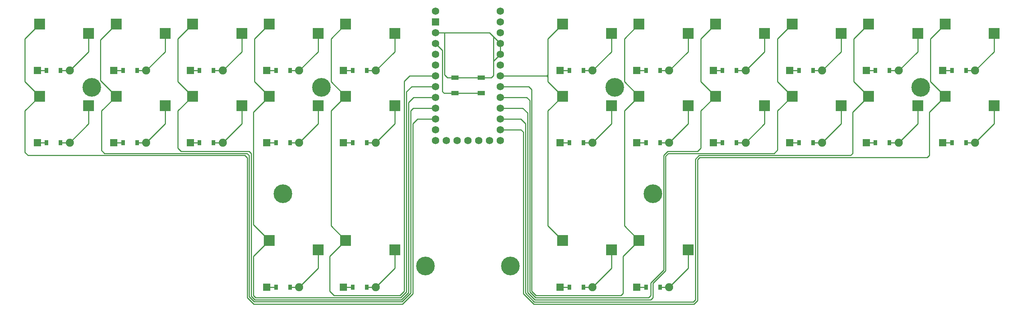
<source format=gbr>
%TF.GenerationSoftware,KiCad,Pcbnew,9.0.0*%
%TF.CreationDate,2025-03-14T12:58:10+01:00*%
%TF.ProjectId,pcb,7063622e-6b69-4636-9164-5f7063625858,v1.0.0*%
%TF.SameCoordinates,Original*%
%TF.FileFunction,Copper,L2,Bot*%
%TF.FilePolarity,Positive*%
%FSLAX46Y46*%
G04 Gerber Fmt 4.6, Leading zero omitted, Abs format (unit mm)*
G04 Created by KiCad (PCBNEW 9.0.0) date 2025-03-14 12:58:10*
%MOMM*%
%LPD*%
G01*
G04 APERTURE LIST*
%TA.AperFunction,SMDPad,CuDef*%
%ADD10R,2.600000X2.600000*%
%TD*%
%TA.AperFunction,SMDPad,CuDef*%
%ADD11R,0.900000X1.200000*%
%TD*%
%TA.AperFunction,ComponentPad*%
%ADD12R,1.778000X1.778000*%
%TD*%
%TA.AperFunction,ComponentPad*%
%ADD13C,1.905000*%
%TD*%
%TA.AperFunction,ComponentPad*%
%ADD14C,1.752600*%
%TD*%
%TA.AperFunction,ComponentPad*%
%ADD15R,1.752600X1.752600*%
%TD*%
%TA.AperFunction,SMDPad,CuDef*%
%ADD16R,1.800000X1.100000*%
%TD*%
%TA.AperFunction,ComponentPad*%
%ADD17C,4.400000*%
%TD*%
%TA.AperFunction,ComponentPad*%
%ADD18C,0.700000*%
%TD*%
%TA.AperFunction,Conductor*%
%ADD19C,0.250000*%
%TD*%
G04 APERTURE END LIST*
D10*
%TO.P,S1,1*%
%TO.N,D20*%
X96725000Y-94050000D03*
%TO.P,S1,2*%
%TO.N,pinky_lbottom*%
X108275000Y-96250000D03*
%TD*%
%TO.P,S2,1*%
%TO.N,D20*%
X96725000Y-77050000D03*
%TO.P,S2,2*%
%TO.N,pinky_ltop*%
X108275000Y-79250000D03*
%TD*%
%TO.P,S3,1*%
%TO.N,D22*%
X114725000Y-94050000D03*
%TO.P,S3,2*%
%TO.N,ring_lbottom*%
X126275000Y-96250000D03*
%TD*%
%TO.P,S4,1*%
%TO.N,D22*%
X114725000Y-77050000D03*
%TO.P,S4,2*%
%TO.N,ring_ltop*%
X126275000Y-79250000D03*
%TD*%
%TO.P,S5,1*%
%TO.N,D26*%
X132725000Y-94050000D03*
%TO.P,S5,2*%
%TO.N,middle_lbottom*%
X144275000Y-96250000D03*
%TD*%
%TO.P,S6,1*%
%TO.N,D26*%
X132725000Y-77050000D03*
%TO.P,S6,2*%
%TO.N,middle_ltop*%
X144275000Y-79250000D03*
%TD*%
%TO.P,S7,1*%
%TO.N,D27*%
X150725000Y-94050000D03*
%TO.P,S7,2*%
%TO.N,index_lbottom*%
X162275000Y-96250000D03*
%TD*%
%TO.P,S8,1*%
%TO.N,D27*%
X150725000Y-77050000D03*
%TO.P,S8,2*%
%TO.N,index_ltop*%
X162275000Y-79250000D03*
%TD*%
%TO.P,S9,1*%
%TO.N,D28*%
X168725000Y-94050000D03*
%TO.P,S9,2*%
%TO.N,inner_lbottom*%
X180275000Y-96250000D03*
%TD*%
%TO.P,S10,1*%
%TO.N,D28*%
X168725000Y-77050000D03*
%TO.P,S10,2*%
%TO.N,inner_ltop*%
X180275000Y-79250000D03*
%TD*%
%TO.P,S11,1*%
%TO.N,D3*%
X219725000Y-94050000D03*
%TO.P,S11,2*%
%TO.N,inner_rbottom*%
X231275000Y-96250000D03*
%TD*%
%TO.P,S12,1*%
%TO.N,D3*%
X219725000Y-77050000D03*
%TO.P,S12,2*%
%TO.N,inner_rtop*%
X231275000Y-79250000D03*
%TD*%
%TO.P,S13,1*%
%TO.N,D4*%
X237725000Y-94050000D03*
%TO.P,S13,2*%
%TO.N,index_rbottom*%
X249275000Y-96250000D03*
%TD*%
%TO.P,S14,1*%
%TO.N,D4*%
X237725000Y-77050000D03*
%TO.P,S14,2*%
%TO.N,index_rtop*%
X249275000Y-79250000D03*
%TD*%
%TO.P,S15,1*%
%TO.N,D5*%
X255725000Y-94050000D03*
%TO.P,S15,2*%
%TO.N,middle_rbottom*%
X267275000Y-96250000D03*
%TD*%
%TO.P,S16,1*%
%TO.N,D5*%
X255725000Y-77050000D03*
%TO.P,S16,2*%
%TO.N,middle_rtop*%
X267275000Y-79250000D03*
%TD*%
%TO.P,S17,1*%
%TO.N,D6*%
X273725000Y-94050000D03*
%TO.P,S17,2*%
%TO.N,ring_rbottom*%
X285275000Y-96250000D03*
%TD*%
%TO.P,S18,1*%
%TO.N,D6*%
X273725000Y-77050000D03*
%TO.P,S18,2*%
%TO.N,ring_rtop*%
X285275000Y-79250000D03*
%TD*%
%TO.P,S19,1*%
%TO.N,D7*%
X291725000Y-94050000D03*
%TO.P,S19,2*%
%TO.N,pinky_rbottom*%
X303275000Y-96250000D03*
%TD*%
%TO.P,S20,1*%
%TO.N,D7*%
X291725000Y-77050000D03*
%TO.P,S20,2*%
%TO.N,pinky_rtop*%
X303275000Y-79250000D03*
%TD*%
%TO.P,S21,1*%
%TO.N,D8*%
X309725000Y-94050000D03*
%TO.P,S21,2*%
%TO.N,outer_rbottom*%
X321275000Y-96250000D03*
%TD*%
%TO.P,S22,1*%
%TO.N,D8*%
X309725000Y-77050000D03*
%TO.P,S22,2*%
%TO.N,outer_rtop*%
X321275000Y-79250000D03*
%TD*%
%TO.P,S23,1*%
%TO.N,D27*%
X150725000Y-128050000D03*
%TO.P,S23,2*%
%TO.N,outer_lttop*%
X162275000Y-130250000D03*
%TD*%
%TO.P,S24,1*%
%TO.N,D28*%
X168725000Y-128050000D03*
%TO.P,S24,2*%
%TO.N,inner_lttop*%
X180275000Y-130250000D03*
%TD*%
%TO.P,S25,1*%
%TO.N,D3*%
X219725000Y-128050000D03*
%TO.P,S25,2*%
%TO.N,inner_rttop*%
X231275000Y-130250000D03*
%TD*%
%TO.P,S26,1*%
%TO.N,D4*%
X237725000Y-128050000D03*
%TO.P,S26,2*%
%TO.N,outer_rttop*%
X249275000Y-130250000D03*
%TD*%
D11*
%TO.P,D1,2*%
%TO.N,pinky_lbottom*%
X101650000Y-105000000D03*
%TO.P,D1,1*%
%TO.N,D23*%
X98350000Y-105000000D03*
D12*
X96190000Y-105000000D03*
D13*
%TO.P,D1,2*%
%TO.N,pinky_lbottom*%
X103810000Y-105000000D03*
%TD*%
D11*
%TO.P,D2,2*%
%TO.N,pinky_ltop*%
X101650000Y-88000000D03*
%TO.P,D2,1*%
%TO.N,D29*%
X98350000Y-88000000D03*
D12*
X96190000Y-88000000D03*
D13*
%TO.P,D2,2*%
%TO.N,pinky_ltop*%
X103810000Y-88000000D03*
%TD*%
D11*
%TO.P,D3,2*%
%TO.N,ring_lbottom*%
X119650000Y-105000000D03*
%TO.P,D3,1*%
%TO.N,D23*%
X116350000Y-105000000D03*
D12*
X114190000Y-105000000D03*
D13*
%TO.P,D3,2*%
%TO.N,ring_lbottom*%
X121810000Y-105000000D03*
%TD*%
D11*
%TO.P,D4,2*%
%TO.N,ring_ltop*%
X119650000Y-88000000D03*
%TO.P,D4,1*%
%TO.N,D29*%
X116350000Y-88000000D03*
D12*
X114190000Y-88000000D03*
D13*
%TO.P,D4,2*%
%TO.N,ring_ltop*%
X121810000Y-88000000D03*
%TD*%
D11*
%TO.P,D5,2*%
%TO.N,middle_lbottom*%
X137650000Y-105000000D03*
%TO.P,D5,1*%
%TO.N,D23*%
X134350000Y-105000000D03*
D12*
X132190000Y-105000000D03*
D13*
%TO.P,D5,2*%
%TO.N,middle_lbottom*%
X139810000Y-105000000D03*
%TD*%
D11*
%TO.P,D6,2*%
%TO.N,middle_ltop*%
X137650000Y-88000000D03*
%TO.P,D6,1*%
%TO.N,D29*%
X134350000Y-88000000D03*
D12*
X132190000Y-88000000D03*
D13*
%TO.P,D6,2*%
%TO.N,middle_ltop*%
X139810000Y-88000000D03*
%TD*%
D11*
%TO.P,D7,2*%
%TO.N,index_lbottom*%
X155650000Y-105000000D03*
%TO.P,D7,1*%
%TO.N,D23*%
X152350000Y-105000000D03*
D12*
X150190000Y-105000000D03*
D13*
%TO.P,D7,2*%
%TO.N,index_lbottom*%
X157810000Y-105000000D03*
%TD*%
D11*
%TO.P,D8,2*%
%TO.N,index_ltop*%
X155650000Y-88000000D03*
%TO.P,D8,1*%
%TO.N,D29*%
X152350000Y-88000000D03*
D12*
X150190000Y-88000000D03*
D13*
%TO.P,D8,2*%
%TO.N,index_ltop*%
X157810000Y-88000000D03*
%TD*%
D11*
%TO.P,D9,2*%
%TO.N,inner_lbottom*%
X173650000Y-105000000D03*
%TO.P,D9,1*%
%TO.N,D23*%
X170350000Y-105000000D03*
D12*
X168190000Y-105000000D03*
D13*
%TO.P,D9,2*%
%TO.N,inner_lbottom*%
X175810000Y-105000000D03*
%TD*%
D11*
%TO.P,D10,2*%
%TO.N,inner_ltop*%
X173650000Y-88000000D03*
%TO.P,D10,1*%
%TO.N,D29*%
X170350000Y-88000000D03*
D12*
X168190000Y-88000000D03*
D13*
%TO.P,D10,2*%
%TO.N,inner_ltop*%
X175810000Y-88000000D03*
%TD*%
D11*
%TO.P,D11,2*%
%TO.N,inner_rbottom*%
X224650000Y-105000000D03*
%TO.P,D11,1*%
%TO.N,D9*%
X221350000Y-105000000D03*
D12*
X219190000Y-105000000D03*
D13*
%TO.P,D11,2*%
%TO.N,inner_rbottom*%
X226810000Y-105000000D03*
%TD*%
D11*
%TO.P,D12,2*%
%TO.N,inner_rtop*%
X224650000Y-88000000D03*
%TO.P,D12,1*%
%TO.N,D2*%
X221350000Y-88000000D03*
D12*
X219190000Y-88000000D03*
D13*
%TO.P,D12,2*%
%TO.N,inner_rtop*%
X226810000Y-88000000D03*
%TD*%
D11*
%TO.P,D13,2*%
%TO.N,index_rbottom*%
X242650000Y-105000000D03*
%TO.P,D13,1*%
%TO.N,D9*%
X239350000Y-105000000D03*
D12*
X237190000Y-105000000D03*
D13*
%TO.P,D13,2*%
%TO.N,index_rbottom*%
X244810000Y-105000000D03*
%TD*%
D11*
%TO.P,D14,2*%
%TO.N,index_rtop*%
X242650000Y-88000000D03*
%TO.P,D14,1*%
%TO.N,D2*%
X239350000Y-88000000D03*
D12*
X237190000Y-88000000D03*
D13*
%TO.P,D14,2*%
%TO.N,index_rtop*%
X244810000Y-88000000D03*
%TD*%
D11*
%TO.P,D15,2*%
%TO.N,middle_rbottom*%
X260650000Y-105000000D03*
%TO.P,D15,1*%
%TO.N,D9*%
X257350000Y-105000000D03*
D12*
X255190000Y-105000000D03*
D13*
%TO.P,D15,2*%
%TO.N,middle_rbottom*%
X262810000Y-105000000D03*
%TD*%
D11*
%TO.P,D16,2*%
%TO.N,middle_rtop*%
X260650000Y-88000000D03*
%TO.P,D16,1*%
%TO.N,D2*%
X257350000Y-88000000D03*
D12*
X255190000Y-88000000D03*
D13*
%TO.P,D16,2*%
%TO.N,middle_rtop*%
X262810000Y-88000000D03*
%TD*%
D11*
%TO.P,D17,2*%
%TO.N,ring_rbottom*%
X278650000Y-105000000D03*
%TO.P,D17,1*%
%TO.N,D9*%
X275350000Y-105000000D03*
D12*
X273190000Y-105000000D03*
D13*
%TO.P,D17,2*%
%TO.N,ring_rbottom*%
X280810000Y-105000000D03*
%TD*%
D11*
%TO.P,D18,2*%
%TO.N,ring_rtop*%
X278650000Y-88000000D03*
%TO.P,D18,1*%
%TO.N,D2*%
X275350000Y-88000000D03*
D12*
X273190000Y-88000000D03*
D13*
%TO.P,D18,2*%
%TO.N,ring_rtop*%
X280810000Y-88000000D03*
%TD*%
D11*
%TO.P,D19,2*%
%TO.N,pinky_rbottom*%
X296650000Y-105000000D03*
%TO.P,D19,1*%
%TO.N,D9*%
X293350000Y-105000000D03*
D12*
X291190000Y-105000000D03*
D13*
%TO.P,D19,2*%
%TO.N,pinky_rbottom*%
X298810000Y-105000000D03*
%TD*%
D11*
%TO.P,D20,2*%
%TO.N,pinky_rtop*%
X296650000Y-88000000D03*
%TO.P,D20,1*%
%TO.N,D2*%
X293350000Y-88000000D03*
D12*
X291190000Y-88000000D03*
D13*
%TO.P,D20,2*%
%TO.N,pinky_rtop*%
X298810000Y-88000000D03*
%TD*%
D11*
%TO.P,D21,2*%
%TO.N,outer_rbottom*%
X314650000Y-105000000D03*
%TO.P,D21,1*%
%TO.N,D9*%
X311350000Y-105000000D03*
D12*
X309190000Y-105000000D03*
D13*
%TO.P,D21,2*%
%TO.N,outer_rbottom*%
X316810000Y-105000000D03*
%TD*%
D11*
%TO.P,D22,2*%
%TO.N,outer_rtop*%
X314650000Y-88000000D03*
%TO.P,D22,1*%
%TO.N,D2*%
X311350000Y-88000000D03*
D12*
X309190000Y-88000000D03*
D13*
%TO.P,D22,2*%
%TO.N,outer_rtop*%
X316810000Y-88000000D03*
%TD*%
D11*
%TO.P,D23,2*%
%TO.N,outer_lttop*%
X155650000Y-139000000D03*
%TO.P,D23,1*%
%TO.N,D21*%
X152350000Y-139000000D03*
D12*
X150190000Y-139000000D03*
D13*
%TO.P,D23,2*%
%TO.N,outer_lttop*%
X157810000Y-139000000D03*
%TD*%
D11*
%TO.P,D24,2*%
%TO.N,inner_lttop*%
X173650000Y-139000000D03*
%TO.P,D24,1*%
%TO.N,D21*%
X170350000Y-139000000D03*
D12*
X168190000Y-139000000D03*
D13*
%TO.P,D24,2*%
%TO.N,inner_lttop*%
X175810000Y-139000000D03*
%TD*%
D11*
%TO.P,D25,2*%
%TO.N,inner_rttop*%
X224650000Y-139000000D03*
%TO.P,D25,1*%
%TO.N,D21*%
X221350000Y-139000000D03*
D12*
X219190000Y-139000000D03*
D13*
%TO.P,D25,2*%
%TO.N,inner_rttop*%
X226810000Y-139000000D03*
%TD*%
D11*
%TO.P,D26,2*%
%TO.N,outer_rttop*%
X242650000Y-139000000D03*
%TO.P,D26,1*%
%TO.N,D21*%
X239350000Y-139000000D03*
D12*
X237190000Y-139000000D03*
D13*
%TO.P,D26,2*%
%TO.N,outer_rttop*%
X244810000Y-139000000D03*
%TD*%
D14*
%TO.P,MCU1,2*%
%TO.N,Dm*%
X189880000Y-73990000D03*
D15*
%TO.P,MCU1,1*%
%TO.N,RAW*%
X189880000Y-76530000D03*
D14*
%TO.P,MCU1,2*%
%TO.N,GND*%
X189880000Y-79070000D03*
%TO.P,MCU1,3*%
%TO.N,RST*%
X189880000Y-81610000D03*
%TO.P,MCU1,4*%
%TO.N,VCC*%
X189880000Y-84150000D03*
%TO.P,MCU1,5*%
%TO.N,D29*%
X189880000Y-86690000D03*
%TO.P,MCU1,6*%
%TO.N,D28*%
X189880000Y-89230000D03*
%TO.P,MCU1,7*%
%TO.N,D27*%
X189880000Y-91770000D03*
%TO.P,MCU1,8*%
%TO.N,D26*%
X189880000Y-94310000D03*
%TO.P,MCU1,9*%
%TO.N,D22*%
X189880000Y-96850000D03*
%TO.P,MCU1,10*%
%TO.N,D20*%
X189880000Y-99390000D03*
%TO.P,MCU1,11*%
%TO.N,D23*%
X189880000Y-101930000D03*
%TO.P,MCU1,12*%
%TO.N,D21*%
X189880000Y-104470000D03*
%TO.P,MCU1,13*%
%TO.N,D12*%
X202580000Y-104470000D03*
%TO.P,MCU1,14*%
%TO.N,D13*%
X200040000Y-104470000D03*
%TO.P,MCU1,15*%
%TO.N,D14*%
X197500000Y-104470000D03*
%TO.P,MCU1,16*%
%TO.N,D15*%
X194960000Y-104470000D03*
%TO.P,MCU1,17*%
%TO.N,D16*%
X192420000Y-104470000D03*
%TO.P,MCU1,18*%
%TO.N,Dp*%
X205120000Y-73990000D03*
%TO.P,MCU1,19*%
%TO.N,D0*%
X205120000Y-76530000D03*
%TO.P,MCU1,20*%
%TO.N,D1*%
X205120000Y-79070000D03*
%TO.P,MCU1,21*%
%TO.N,GND*%
X205120000Y-81610000D03*
%TO.P,MCU1,22*%
X205120000Y-84150000D03*
%TO.P,MCU1,23*%
%TO.N,D2*%
X205120000Y-86690000D03*
%TO.P,MCU1,24*%
%TO.N,D3*%
X205120000Y-89230000D03*
%TO.P,MCU1,25*%
%TO.N,D4*%
X205120000Y-91770000D03*
%TO.P,MCU1,26*%
%TO.N,D5*%
X205120000Y-94310000D03*
%TO.P,MCU1,27*%
%TO.N,D6*%
X205120000Y-96850000D03*
%TO.P,MCU1,28*%
%TO.N,D7*%
X205120000Y-99390000D03*
%TO.P,MCU1,29*%
%TO.N,D8*%
X205120000Y-101930000D03*
%TO.P,MCU1,30*%
%TO.N,D9*%
X205120000Y-104470000D03*
%TD*%
D16*
%TO.P,B1,1*%
%TO.N,GND*%
X194400000Y-89650000D03*
X200600000Y-89650000D03*
%TO.P,B1,2*%
%TO.N,RST*%
X194400000Y-93350000D03*
X200600000Y-93350000D03*
%TD*%
D17*
%TO.P,_1,1*%
%TO.N,N/C*%
X109000000Y-92000000D03*
D18*
X110629630Y-92000000D03*
X110152322Y-93152322D03*
X109000000Y-93629630D03*
X107847678Y-93152322D03*
X107370370Y-92000000D03*
X107847678Y-90847678D03*
X109000000Y-90370370D03*
X110152322Y-90847678D03*
%TD*%
D17*
%TO.P,_2,1*%
%TO.N,N/C*%
X163000000Y-92000000D03*
D18*
X164629630Y-92000000D03*
X164152322Y-93152322D03*
X163000000Y-93629630D03*
X161847678Y-93152322D03*
X161370370Y-92000000D03*
X161847678Y-90847678D03*
X163000000Y-90370370D03*
X164152322Y-90847678D03*
%TD*%
D17*
%TO.P,_3,1*%
%TO.N,N/C*%
X232000000Y-92000000D03*
D18*
X233629630Y-92000000D03*
X233152322Y-93152322D03*
X232000000Y-93629630D03*
X230847678Y-93152322D03*
X230370370Y-92000000D03*
X230847678Y-90847678D03*
X232000000Y-90370370D03*
X233152322Y-90847678D03*
%TD*%
D17*
%TO.P,_4,1*%
%TO.N,N/C*%
X304000000Y-92000000D03*
D18*
X305629630Y-92000000D03*
X305152322Y-93152322D03*
X304000000Y-93629630D03*
X302847678Y-93152322D03*
X302370370Y-92000000D03*
X302847678Y-90847678D03*
X304000000Y-90370370D03*
X305152322Y-90847678D03*
%TD*%
D17*
%TO.P,_5,1*%
%TO.N,N/C*%
X154000000Y-117000000D03*
D18*
X155629630Y-117000000D03*
X155152322Y-118152322D03*
X154000000Y-118629630D03*
X152847678Y-118152322D03*
X152370370Y-117000000D03*
X152847678Y-115847678D03*
X154000000Y-115370370D03*
X155152322Y-115847678D03*
%TD*%
D17*
%TO.P,_6,1*%
%TO.N,N/C*%
X241000000Y-117000000D03*
D18*
X242629630Y-117000000D03*
X242152322Y-118152322D03*
X241000000Y-118629630D03*
X239847678Y-118152322D03*
X239370370Y-117000000D03*
X239847678Y-115847678D03*
X241000000Y-115370370D03*
X242152322Y-115847678D03*
%TD*%
D17*
%TO.P,_7,1*%
%TO.N,N/C*%
X187500000Y-134000000D03*
D18*
X189129630Y-134000000D03*
X188652322Y-135152322D03*
X187500000Y-135629630D03*
X186347678Y-135152322D03*
X185870370Y-134000000D03*
X186347678Y-132847678D03*
X187500000Y-132370370D03*
X188652322Y-132847678D03*
%TD*%
D17*
%TO.P,_8,1*%
%TO.N,N/C*%
X207500000Y-134000000D03*
D18*
X209129630Y-134000000D03*
X208652322Y-135152322D03*
X207500000Y-135629630D03*
X206347678Y-135152322D03*
X205870370Y-134000000D03*
X206347678Y-132847678D03*
X207500000Y-132370370D03*
X208652322Y-132847678D03*
%TD*%
D19*
%TO.N,D3*%
X216003100Y-89230000D02*
X216043100Y-89230000D01*
X216043100Y-89230000D02*
X216273100Y-89000000D01*
X216273100Y-90598100D02*
X216273100Y-89500000D01*
X216003100Y-89230000D02*
X216273100Y-89500000D01*
X205120000Y-89230000D02*
X216003100Y-89230000D01*
X216273100Y-89500000D02*
X216273100Y-89000000D01*
%TO.N,D4*%
X237725000Y-128050000D02*
X234000000Y-131775000D01*
X213500000Y-141000000D02*
X212500000Y-140000000D01*
X234000000Y-140500000D02*
X233500000Y-141000000D01*
X234000000Y-131775000D02*
X234000000Y-140500000D01*
X233500000Y-141000000D02*
X213500000Y-141000000D01*
X211770000Y-91770000D02*
X205120000Y-91770000D01*
X212500000Y-140000000D02*
X212500000Y-92500000D01*
X212500000Y-92500000D02*
X211770000Y-91770000D01*
%TO.N,D5*%
X252273100Y-106226900D02*
X251500000Y-107000000D01*
X240500000Y-138000000D02*
X240500000Y-141000000D01*
X251500000Y-107000000D02*
X244500000Y-107000000D01*
X244500000Y-107000000D02*
X243500000Y-108000000D01*
X252273100Y-97501900D02*
X252273100Y-106226900D01*
X243500000Y-118072304D02*
X243500000Y-135000000D01*
X243500000Y-108000000D02*
X243500000Y-115927696D01*
X255725000Y-94050000D02*
X252273100Y-97501900D01*
X243526000Y-115953696D02*
X243526000Y-118046304D01*
X243500000Y-115927696D02*
X243526000Y-115953696D01*
X243526000Y-118046304D02*
X243500000Y-118072304D01*
X243500000Y-135000000D02*
X240500000Y-138000000D01*
X240500000Y-141000000D02*
X240000000Y-141500000D01*
X240000000Y-141500000D02*
X213362190Y-141500000D01*
X213362190Y-141500000D02*
X212000000Y-140137810D01*
X211310000Y-94310000D02*
X205120000Y-94310000D01*
X212000000Y-140137810D02*
X212000000Y-95000000D01*
X212000000Y-95000000D02*
X211310000Y-94310000D01*
%TO.N,D6*%
X273725000Y-94050000D02*
X270273100Y-97501900D01*
X241000000Y-141500000D02*
X240500000Y-142000000D01*
X244637810Y-107500000D02*
X244000000Y-108137810D01*
X270273100Y-97501900D02*
X270273100Y-106726900D01*
X270273100Y-106726900D02*
X269500000Y-107500000D01*
X269500000Y-107500000D02*
X244637810Y-107500000D01*
X244000000Y-135137810D02*
X241000000Y-138137810D01*
X244000000Y-108137810D02*
X244000000Y-135137810D01*
X210350000Y-96850000D02*
X205120000Y-96850000D01*
X241000000Y-138137810D02*
X241000000Y-141500000D01*
X240500000Y-142000000D02*
X213224380Y-142000000D01*
X213224380Y-142000000D02*
X211500000Y-140275620D01*
X211500000Y-140275620D02*
X211500000Y-98000000D01*
X211500000Y-98000000D02*
X210350000Y-96850000D01*
%TO.N,D7*%
X288000000Y-97775000D02*
X288000000Y-107500000D01*
X209890000Y-99390000D02*
X205120000Y-99390000D01*
X288000000Y-107500000D02*
X287500000Y-108000000D01*
X287500000Y-108000000D02*
X251862190Y-108000000D01*
X211000000Y-100500000D02*
X209890000Y-99390000D01*
X251862190Y-108000000D02*
X251000000Y-108862190D01*
X291725000Y-94050000D02*
X288000000Y-97775000D01*
X213086570Y-142500000D02*
X211000000Y-140413430D01*
X251000000Y-108862190D02*
X251000000Y-142000000D01*
X250500000Y-142500000D02*
X213086570Y-142500000D01*
X251000000Y-142000000D02*
X250500000Y-142500000D01*
X211000000Y-140413430D02*
X211000000Y-100500000D01*
%TO.N,D8*%
X306000000Y-97775000D02*
X306000000Y-108000000D01*
X305500000Y-108500000D02*
X252000000Y-108500000D01*
X306000000Y-108000000D02*
X305500000Y-108500000D01*
X252000000Y-108500000D02*
X251500000Y-109000000D01*
X309725000Y-94050000D02*
X306000000Y-97775000D01*
X251500000Y-109000000D02*
X251500000Y-142137810D01*
X251500000Y-142137810D02*
X250637810Y-143000000D01*
X212948760Y-143000000D02*
X210500000Y-140551240D01*
X250637810Y-143000000D02*
X212948760Y-143000000D01*
X210500000Y-140551240D02*
X210500000Y-102500000D01*
X209930000Y-101930000D02*
X205120000Y-101930000D01*
X210500000Y-102500000D02*
X209930000Y-101930000D01*
%TO.N,D28*%
X182500000Y-90500000D02*
X183770000Y-89230000D01*
X183770000Y-89230000D02*
X189880000Y-89230000D01*
X182500000Y-126000000D02*
X182500000Y-90500000D01*
X182500000Y-140000000D02*
X182500000Y-126000000D01*
%TO.N,D27*%
X150725000Y-128050000D02*
X147000000Y-131775000D01*
X184230000Y-91770000D02*
X189880000Y-91770000D01*
X147000000Y-131775000D02*
X147000000Y-141000000D01*
X147000000Y-141000000D02*
X147500000Y-141500000D01*
X183000000Y-140137810D02*
X183000000Y-93000000D01*
X181637810Y-141500000D02*
X183000000Y-140137810D01*
X147500000Y-141500000D02*
X181637810Y-141500000D01*
X183000000Y-93000000D02*
X184230000Y-91770000D01*
%TO.N,D26*%
X129273100Y-97501900D02*
X129273100Y-106273100D01*
X129273100Y-106273100D02*
X130000000Y-107000000D01*
X147362190Y-142000000D02*
X181775620Y-142000000D01*
X132725000Y-94050000D02*
X129273100Y-97501900D01*
X181775620Y-142000000D02*
X183500000Y-140275620D01*
X130000000Y-107000000D02*
X146000000Y-107000000D01*
X146000000Y-107000000D02*
X146500000Y-107500000D01*
X146500000Y-107500000D02*
X146500000Y-141137810D01*
X146500000Y-141137810D02*
X147362190Y-142000000D01*
X183500000Y-140275620D02*
X183500000Y-95500000D01*
X183500000Y-95500000D02*
X184690000Y-94310000D01*
X184690000Y-94310000D02*
X189880000Y-94310000D01*
%TO.N,D22*%
X111273100Y-97501900D02*
X111273100Y-106773100D01*
X181962430Y-142451000D02*
X184000000Y-140413430D01*
X111273100Y-106773100D02*
X112000000Y-107500000D01*
X145500000Y-107500000D02*
X146000000Y-108000000D01*
X112000000Y-107500000D02*
X145500000Y-107500000D01*
X114725000Y-94050000D02*
X111273100Y-97501900D01*
X184000000Y-97500000D02*
X184650000Y-96850000D01*
X146000000Y-108000000D02*
X146000000Y-141275620D01*
X184000000Y-140413430D02*
X184000000Y-97500000D01*
X146000000Y-141275620D02*
X147175380Y-142451000D01*
X147175380Y-142451000D02*
X181962430Y-142451000D01*
X184650000Y-96850000D02*
X189880000Y-96850000D01*
%TO.N,D20*%
X96725000Y-94050000D02*
X93273100Y-97501900D01*
X145549000Y-108549000D02*
X145549000Y-141462430D01*
X94000000Y-108000000D02*
X145000000Y-108000000D01*
X93273100Y-97501900D02*
X93273100Y-107273100D01*
X93273100Y-107273100D02*
X94000000Y-108000000D01*
X145000000Y-108000000D02*
X145549000Y-108549000D01*
X182051240Y-143000000D02*
X184500000Y-140551240D01*
X145549000Y-141462430D02*
X147086570Y-143000000D01*
X147086570Y-143000000D02*
X182051240Y-143000000D01*
X184500000Y-140551240D02*
X184500000Y-100500000D01*
X184500000Y-100500000D02*
X185610000Y-99390000D01*
X185610000Y-99390000D02*
X189880000Y-99390000D01*
%TO.N,D27*%
X150725000Y-128050000D02*
X147000000Y-124325000D01*
X147000000Y-124325000D02*
X147000000Y-97775000D01*
X147000000Y-97775000D02*
X150725000Y-94050000D01*
%TO.N,D28*%
X166000000Y-141000000D02*
X181500000Y-141000000D01*
X165000000Y-140000000D02*
X166000000Y-141000000D01*
X165000000Y-131775000D02*
X165000000Y-140000000D01*
X168725000Y-128050000D02*
X165000000Y-131775000D01*
X181500000Y-141000000D02*
X182500000Y-140000000D01*
%TO.N,D8*%
X309725000Y-94050000D02*
X306273100Y-90598100D01*
X306273100Y-90598100D02*
X306273100Y-80501900D01*
X306273100Y-80501900D02*
X309725000Y-77050000D01*
%TO.N,D7*%
X291725000Y-94050000D02*
X288273100Y-90598100D01*
X288273100Y-90598100D02*
X288273100Y-80501900D01*
X288273100Y-80501900D02*
X291725000Y-77050000D01*
%TO.N,D6*%
X273725000Y-94050000D02*
X270273100Y-90598100D01*
X270273100Y-90598100D02*
X270273100Y-80501900D01*
X270273100Y-80501900D02*
X273725000Y-77050000D01*
%TO.N,D5*%
X255725000Y-94050000D02*
X252273100Y-90598100D01*
X252273100Y-90598100D02*
X252273100Y-80501900D01*
X252273100Y-80501900D02*
X255725000Y-77050000D01*
%TO.N,D4*%
X237725000Y-94050000D02*
X234273100Y-90598100D01*
X234273100Y-80501900D02*
X237725000Y-77050000D01*
X234273100Y-90598100D02*
X234273100Y-80501900D01*
X237725000Y-128050000D02*
X234273100Y-124598100D01*
X234273100Y-124598100D02*
X234273100Y-97501900D01*
X234273100Y-97501900D02*
X237725000Y-94050000D01*
%TO.N,D3*%
X219725000Y-94050000D02*
X216273100Y-90598100D01*
X216273100Y-89000000D02*
X216273100Y-80501900D01*
X216273100Y-80501900D02*
X219725000Y-77050000D01*
X219725000Y-128050000D02*
X216273100Y-124598100D01*
X216273100Y-124598100D02*
X216273100Y-97501900D01*
X216273100Y-97501900D02*
X219725000Y-94050000D01*
%TO.N,D28*%
X168725000Y-128050000D02*
X165273100Y-124598100D01*
X165273100Y-124598100D02*
X165273100Y-97501900D01*
X165273100Y-97501900D02*
X168725000Y-94050000D01*
X168725000Y-94050000D02*
X165273100Y-90598100D01*
X165273100Y-80501900D02*
X168725000Y-77050000D01*
X165273100Y-90598100D02*
X165273100Y-80501900D01*
%TO.N,D27*%
X150725000Y-94050000D02*
X147273100Y-90598100D01*
X147273100Y-90598100D02*
X147273100Y-80501900D01*
X147273100Y-80501900D02*
X150725000Y-77050000D01*
%TO.N,D26*%
X132725000Y-94050000D02*
X129273100Y-90598100D01*
X129273100Y-90598100D02*
X129273100Y-80501900D01*
X129273100Y-80501900D02*
X132725000Y-77050000D01*
%TO.N,D22*%
X114725000Y-94050000D02*
X111000000Y-90325000D01*
X111000000Y-90325000D02*
X111000000Y-80775000D01*
X111000000Y-80775000D02*
X114725000Y-77050000D01*
%TO.N,D20*%
X96725000Y-94050000D02*
X93273100Y-90598100D01*
X93273100Y-90598100D02*
X93273100Y-80501900D01*
X93273100Y-80501900D02*
X96725000Y-77050000D01*
%TO.N,inner_rbottom*%
X226810000Y-105000000D02*
X231275000Y-100535000D01*
X231275000Y-100535000D02*
X231275000Y-96250000D01*
%TO.N,index_rbottom*%
X244810000Y-105000000D02*
X249275000Y-100535000D01*
X249275000Y-100535000D02*
X249275000Y-96250000D01*
%TO.N,middle_rbottom*%
X262810000Y-105000000D02*
X267275000Y-100535000D01*
X267275000Y-100535000D02*
X267275000Y-96250000D01*
%TO.N,ring_rbottom*%
X280810000Y-105000000D02*
X285275000Y-100535000D01*
X285275000Y-100535000D02*
X285275000Y-96250000D01*
%TO.N,pinky_rbottom*%
X298810000Y-105000000D02*
X303275000Y-100535000D01*
X303275000Y-100535000D02*
X303275000Y-96250000D01*
%TO.N,outer_rbottom*%
X316810000Y-105000000D02*
X321275000Y-100535000D01*
X321275000Y-100535000D02*
X321275000Y-96250000D01*
%TO.N,outer_rtop*%
X316810000Y-88000000D02*
X321275000Y-83535000D01*
X321275000Y-83535000D02*
X321275000Y-79250000D01*
%TO.N,pinky_rtop*%
X298810000Y-88000000D02*
X303275000Y-83535000D01*
X303275000Y-83535000D02*
X303275000Y-79250000D01*
%TO.N,ring_rtop*%
X280810000Y-88000000D02*
X285275000Y-83535000D01*
X285275000Y-83535000D02*
X285275000Y-79250000D01*
%TO.N,middle_rtop*%
X262810000Y-88000000D02*
X267275000Y-83535000D01*
X267275000Y-83535000D02*
X267275000Y-79250000D01*
%TO.N,index_rtop*%
X244810000Y-88000000D02*
X249275000Y-83535000D01*
X249275000Y-83535000D02*
X249275000Y-79250000D01*
%TO.N,inner_rtop*%
X226810000Y-88000000D02*
X231275000Y-83535000D01*
X231275000Y-83535000D02*
X231275000Y-79250000D01*
%TO.N,D9*%
X221350000Y-105000000D02*
X219190000Y-105000000D01*
%TO.N,inner_rbottom*%
X226810000Y-105000000D02*
X224650000Y-105000000D01*
%TO.N,D9*%
X239350000Y-105000000D02*
X237190000Y-105000000D01*
%TO.N,index_rbottom*%
X244810000Y-105000000D02*
X242650000Y-105000000D01*
%TO.N,D9*%
X257350000Y-105000000D02*
X255190000Y-105000000D01*
%TO.N,middle_rbottom*%
X262810000Y-105000000D02*
X260650000Y-105000000D01*
%TO.N,D9*%
X275350000Y-105000000D02*
X273190000Y-105000000D01*
%TO.N,ring_rbottom*%
X280810000Y-105000000D02*
X278650000Y-105000000D01*
%TO.N,D9*%
X293350000Y-105000000D02*
X291190000Y-105000000D01*
%TO.N,pinky_rbottom*%
X298810000Y-105000000D02*
X296650000Y-105000000D01*
%TO.N,D9*%
X311350000Y-105000000D02*
X309190000Y-105000000D01*
%TO.N,outer_rbottom*%
X316810000Y-105000000D02*
X314650000Y-105000000D01*
%TO.N,outer_rtop*%
X314650000Y-88000000D02*
X316810000Y-88000000D01*
%TO.N,D2*%
X309190000Y-88000000D02*
X311350000Y-88000000D01*
%TO.N,pinky_rtop*%
X296650000Y-88000000D02*
X298810000Y-88000000D01*
%TO.N,D2*%
X291190000Y-88000000D02*
X293350000Y-88000000D01*
%TO.N,ring_rtop*%
X278650000Y-88000000D02*
X280810000Y-88000000D01*
%TO.N,D2*%
X273190000Y-88000000D02*
X275350000Y-88000000D01*
%TO.N,middle_rtop*%
X260650000Y-88000000D02*
X262810000Y-88000000D01*
%TO.N,D2*%
X255190000Y-88000000D02*
X257350000Y-88000000D01*
%TO.N,index_rtop*%
X242650000Y-88000000D02*
X244810000Y-88000000D01*
%TO.N,D2*%
X237190000Y-88000000D02*
X239350000Y-88000000D01*
%TO.N,inner_rtop*%
X224650000Y-88000000D02*
X226810000Y-88000000D01*
%TO.N,D2*%
X219190000Y-88000000D02*
X221350000Y-88000000D01*
%TO.N,outer_rttop*%
X244810000Y-139000000D02*
X249275000Y-134535000D01*
X249275000Y-134535000D02*
X249275000Y-130250000D01*
%TO.N,inner_rttop*%
X226810000Y-139000000D02*
X231275000Y-134535000D01*
X231275000Y-134535000D02*
X231275000Y-130250000D01*
%TO.N,inner_lttop*%
X175810000Y-139000000D02*
X180275000Y-134535000D01*
X180275000Y-134535000D02*
X180275000Y-130250000D01*
%TO.N,outer_lttop*%
X157810000Y-139000000D02*
X162275000Y-134535000D01*
X162275000Y-134535000D02*
X162275000Y-130250000D01*
%TO.N,D21*%
X152350000Y-139000000D02*
X150190000Y-139000000D01*
%TO.N,outer_lttop*%
X157810000Y-139000000D02*
X155650000Y-139000000D01*
%TO.N,D21*%
X170350000Y-139000000D02*
X168190000Y-139000000D01*
%TO.N,inner_lttop*%
X175810000Y-139000000D02*
X173650000Y-139000000D01*
%TO.N,D21*%
X221350000Y-139000000D02*
X219190000Y-139000000D01*
%TO.N,inner_rttop*%
X226810000Y-139000000D02*
X224650000Y-139000000D01*
%TO.N,D21*%
X239350000Y-139000000D02*
X237190000Y-139000000D01*
%TO.N,outer_rttop*%
X244810000Y-139000000D02*
X242650000Y-139000000D01*
%TO.N,pinky_lbottom*%
X103810000Y-105000000D02*
X108275000Y-100535000D01*
X108275000Y-100535000D02*
X108275000Y-96250000D01*
%TO.N,ring_lbottom*%
X121810000Y-105000000D02*
X126275000Y-100535000D01*
X126275000Y-100535000D02*
X126275000Y-96250000D01*
%TO.N,middle_lbottom*%
X139810000Y-105000000D02*
X144275000Y-100535000D01*
X144275000Y-100535000D02*
X144275000Y-96250000D01*
%TO.N,index_lbottom*%
X157810000Y-105000000D02*
X162275000Y-100535000D01*
X162275000Y-100535000D02*
X162275000Y-96250000D01*
%TO.N,inner_lbottom*%
X175810000Y-105000000D02*
X180275000Y-100535000D01*
X180275000Y-100535000D02*
X180275000Y-96250000D01*
%TO.N,inner_ltop*%
X175810000Y-88000000D02*
X180275000Y-83535000D01*
X180275000Y-83535000D02*
X180275000Y-79250000D01*
%TO.N,index_ltop*%
X157810000Y-88000000D02*
X162275000Y-83535000D01*
X162275000Y-83535000D02*
X162275000Y-79250000D01*
%TO.N,middle_ltop*%
X139810000Y-88000000D02*
X144275000Y-83535000D01*
X144275000Y-83535000D02*
X144275000Y-79250000D01*
%TO.N,ring_ltop*%
X121810000Y-88000000D02*
X126275000Y-83535000D01*
X126275000Y-83535000D02*
X126275000Y-79250000D01*
%TO.N,pinky_ltop*%
X103810000Y-88000000D02*
X108275000Y-83535000D01*
X108275000Y-83535000D02*
X108275000Y-79250000D01*
%TO.N,pinky_lbottom*%
X101650000Y-105000000D02*
X103810000Y-105000000D01*
%TO.N,D23*%
X96190000Y-105000000D02*
X98350000Y-105000000D01*
X114190000Y-105000000D02*
X116350000Y-105000000D01*
%TO.N,ring_lbottom*%
X119650000Y-105000000D02*
X121810000Y-105000000D01*
%TO.N,D23*%
X134350000Y-105000000D02*
X132190000Y-105000000D01*
%TO.N,middle_lbottom*%
X137650000Y-105000000D02*
X139810000Y-105000000D01*
%TO.N,D23*%
X152350000Y-105000000D02*
X150190000Y-105000000D01*
%TO.N,index_lbottom*%
X157810000Y-105000000D02*
X155650000Y-105000000D01*
%TO.N,D23*%
X170350000Y-105000000D02*
X168190000Y-105000000D01*
%TO.N,inner_lbottom*%
X175810000Y-105000000D02*
X173650000Y-105000000D01*
%TO.N,inner_ltop*%
X173650000Y-88000000D02*
X175810000Y-88000000D01*
%TO.N,D29*%
X168190000Y-88000000D02*
X170350000Y-88000000D01*
%TO.N,index_ltop*%
X155650000Y-88000000D02*
X157810000Y-88000000D01*
%TO.N,D29*%
X150190000Y-88000000D02*
X152350000Y-88000000D01*
%TO.N,middle_ltop*%
X137650000Y-88000000D02*
X139810000Y-88000000D01*
%TO.N,D29*%
X132190000Y-88000000D02*
X134350000Y-88000000D01*
%TO.N,ring_ltop*%
X119650000Y-88000000D02*
X121810000Y-88000000D01*
%TO.N,D29*%
X114190000Y-88000000D02*
X116350000Y-88000000D01*
%TO.N,pinky_ltop*%
X101650000Y-88000000D02*
X103810000Y-88000000D01*
%TO.N,D29*%
X96190000Y-88000000D02*
X98350000Y-88000000D01*
%TO.N,GND*%
X203500000Y-80000000D02*
X203510000Y-80000000D01*
X203510000Y-80000000D02*
X205120000Y-81610000D01*
X203500000Y-80000000D02*
X203500000Y-85770000D01*
X192000000Y-79070000D02*
X202580000Y-79070000D01*
X202580000Y-79070000D02*
X203000000Y-79490000D01*
X203000000Y-79490000D02*
X203000000Y-79500000D01*
X203000000Y-79500000D02*
X203500000Y-80000000D01*
X192000000Y-79070000D02*
X189880000Y-79070000D01*
X205120000Y-81610000D02*
X205120000Y-84150000D01*
%TO.N,RST*%
X191500000Y-83230000D02*
X191500000Y-93000000D01*
X189880000Y-81610000D02*
X191500000Y-83230000D01*
X191500000Y-93000000D02*
X191850000Y-93350000D01*
X191850000Y-93350000D02*
X194400000Y-93350000D01*
%TO.N,GND*%
X194400000Y-89650000D02*
X200600000Y-89650000D01*
%TO.N,RST*%
X194400000Y-93350000D02*
X200600000Y-93350000D01*
%TO.N,GND*%
X203500000Y-85770000D02*
X203500000Y-89149692D01*
X203500000Y-89149692D02*
X202999692Y-89650000D01*
X202999692Y-89650000D02*
X200600000Y-89650000D01*
X205120000Y-84150000D02*
X203500000Y-85770000D01*
X192000000Y-89000000D02*
X192000000Y-79070000D01*
X192650000Y-89650000D02*
X192000000Y-89000000D01*
X194400000Y-89650000D02*
X192650000Y-89650000D01*
%TD*%
M02*

</source>
